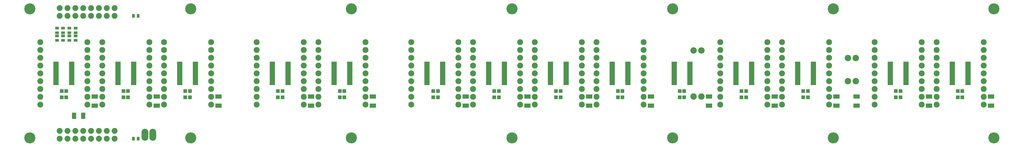
<source format=gbs>
G04 #@! TF.FileFunction,Soldermask,Bot*
%FSLAX46Y46*%
G04 Gerber Fmt 4.6, Leading zero omitted, Abs format (unit mm)*
G04 Created by KiCad (PCBNEW (2014-11-27 BZR 5304)-product) date 2015 February 14, Saturday 16:28:48*
%MOMM*%
G01*
G04 APERTURE LIST*
%ADD10C,0.100000*%
%ADD11R,1.799540X0.750520*%
%ADD12C,1.924000*%
%ADD13R,1.200000X1.150000*%
%ADD14C,2.076400*%
%ADD15C,1.906220*%
%ADD16R,1.300000X0.900000*%
%ADD17R,1.400000X2.000000*%
%ADD18O,2.200860X3.900120*%
%ADD19C,3.600000*%
%ADD20R,2.000000X1.400000*%
%ADD21R,0.900000X1.300000*%
G04 APERTURE END LIST*
D10*
D11*
X62460000Y-140992500D03*
X62460000Y-140357500D03*
X62460000Y-139722500D03*
X62460000Y-139087500D03*
X62460000Y-138452500D03*
X62460000Y-137817500D03*
X62460000Y-137182500D03*
X62460000Y-136547500D03*
X62460000Y-135912500D03*
X62460000Y-135277500D03*
X62460000Y-134642500D03*
X62460000Y-134007500D03*
X67540000Y-134007500D03*
X67540000Y-134642500D03*
X67540000Y-135277500D03*
X67540000Y-135912500D03*
X67540000Y-136547500D03*
X67540000Y-137182500D03*
X67540000Y-137817500D03*
X67540000Y-138452500D03*
X67540000Y-139087500D03*
X67540000Y-139722500D03*
X67540000Y-140357500D03*
X67540000Y-140992500D03*
D12*
X57380000Y-127340000D03*
X57380000Y-129880000D03*
X57380000Y-132420000D03*
X57380000Y-134960000D03*
X57380000Y-137500000D03*
X57380000Y-140040000D03*
X57380000Y-142580000D03*
X57380000Y-145120000D03*
X57380000Y-147660000D03*
X72620000Y-147660000D03*
X72620000Y-145120000D03*
X72620000Y-142580000D03*
X72620000Y-140040000D03*
X72620000Y-137500000D03*
X72620000Y-134960000D03*
X72620000Y-132420000D03*
X72620000Y-129880000D03*
X72620000Y-127340000D03*
D11*
X82460000Y-140992500D03*
X82460000Y-140357500D03*
X82460000Y-139722500D03*
X82460000Y-139087500D03*
X82460000Y-138452500D03*
X82460000Y-137817500D03*
X82460000Y-137182500D03*
X82460000Y-136547500D03*
X82460000Y-135912500D03*
X82460000Y-135277500D03*
X82460000Y-134642500D03*
X82460000Y-134007500D03*
X87540000Y-134007500D03*
X87540000Y-134642500D03*
X87540000Y-135277500D03*
X87540000Y-135912500D03*
X87540000Y-136547500D03*
X87540000Y-137182500D03*
X87540000Y-137817500D03*
X87540000Y-138452500D03*
X87540000Y-139087500D03*
X87540000Y-139722500D03*
X87540000Y-140357500D03*
X87540000Y-140992500D03*
X102465000Y-140992500D03*
X102465000Y-140357500D03*
X102465000Y-139722500D03*
X102465000Y-139087500D03*
X102465000Y-138452500D03*
X102465000Y-137817500D03*
X102465000Y-137182500D03*
X102465000Y-136547500D03*
X102465000Y-135912500D03*
X102465000Y-135277500D03*
X102465000Y-134642500D03*
X102465000Y-134007500D03*
X107545000Y-134007500D03*
X107545000Y-134642500D03*
X107545000Y-135277500D03*
X107545000Y-135912500D03*
X107545000Y-136547500D03*
X107545000Y-137182500D03*
X107545000Y-137817500D03*
X107545000Y-138452500D03*
X107545000Y-139087500D03*
X107545000Y-139722500D03*
X107545000Y-140357500D03*
X107545000Y-140992500D03*
X132460000Y-140992500D03*
X132460000Y-140357500D03*
X132460000Y-139722500D03*
X132460000Y-139087500D03*
X132460000Y-138452500D03*
X132460000Y-137817500D03*
X132460000Y-137182500D03*
X132460000Y-136547500D03*
X132460000Y-135912500D03*
X132460000Y-135277500D03*
X132460000Y-134642500D03*
X132460000Y-134007500D03*
X137540000Y-134007500D03*
X137540000Y-134642500D03*
X137540000Y-135277500D03*
X137540000Y-135912500D03*
X137540000Y-136547500D03*
X137540000Y-137182500D03*
X137540000Y-137817500D03*
X137540000Y-138452500D03*
X137540000Y-139087500D03*
X137540000Y-139722500D03*
X137540000Y-140357500D03*
X137540000Y-140992500D03*
X152460000Y-140992500D03*
X152460000Y-140357500D03*
X152460000Y-139722500D03*
X152460000Y-139087500D03*
X152460000Y-138452500D03*
X152460000Y-137817500D03*
X152460000Y-137182500D03*
X152460000Y-136547500D03*
X152460000Y-135912500D03*
X152460000Y-135277500D03*
X152460000Y-134642500D03*
X152460000Y-134007500D03*
X157540000Y-134007500D03*
X157540000Y-134642500D03*
X157540000Y-135277500D03*
X157540000Y-135912500D03*
X157540000Y-136547500D03*
X157540000Y-137182500D03*
X157540000Y-137817500D03*
X157540000Y-138452500D03*
X157540000Y-139087500D03*
X157540000Y-139722500D03*
X157540000Y-140357500D03*
X157540000Y-140992500D03*
X182460000Y-140992500D03*
X182460000Y-140357500D03*
X182460000Y-139722500D03*
X182460000Y-139087500D03*
X182460000Y-138452500D03*
X182460000Y-137817500D03*
X182460000Y-137182500D03*
X182460000Y-136547500D03*
X182460000Y-135912500D03*
X182460000Y-135277500D03*
X182460000Y-134642500D03*
X182460000Y-134007500D03*
X187540000Y-134007500D03*
X187540000Y-134642500D03*
X187540000Y-135277500D03*
X187540000Y-135912500D03*
X187540000Y-136547500D03*
X187540000Y-137182500D03*
X187540000Y-137817500D03*
X187540000Y-138452500D03*
X187540000Y-139087500D03*
X187540000Y-139722500D03*
X187540000Y-140357500D03*
X187540000Y-140992500D03*
X202460000Y-140992500D03*
X202460000Y-140357500D03*
X202460000Y-139722500D03*
X202460000Y-139087500D03*
X202460000Y-138452500D03*
X202460000Y-137817500D03*
X202460000Y-137182500D03*
X202460000Y-136547500D03*
X202460000Y-135912500D03*
X202460000Y-135277500D03*
X202460000Y-134642500D03*
X202460000Y-134007500D03*
X207540000Y-134007500D03*
X207540000Y-134642500D03*
X207540000Y-135277500D03*
X207540000Y-135912500D03*
X207540000Y-136547500D03*
X207540000Y-137182500D03*
X207540000Y-137817500D03*
X207540000Y-138452500D03*
X207540000Y-139087500D03*
X207540000Y-139722500D03*
X207540000Y-140357500D03*
X207540000Y-140992500D03*
X222460000Y-140992500D03*
X222460000Y-140357500D03*
X222460000Y-139722500D03*
X222460000Y-139087500D03*
X222460000Y-138452500D03*
X222460000Y-137817500D03*
X222460000Y-137182500D03*
X222460000Y-136547500D03*
X222460000Y-135912500D03*
X222460000Y-135277500D03*
X222460000Y-134642500D03*
X222460000Y-134007500D03*
X227540000Y-134007500D03*
X227540000Y-134642500D03*
X227540000Y-135277500D03*
X227540000Y-135912500D03*
X227540000Y-136547500D03*
X227540000Y-137182500D03*
X227540000Y-137817500D03*
X227540000Y-138452500D03*
X227540000Y-139087500D03*
X227540000Y-139722500D03*
X227540000Y-140357500D03*
X227540000Y-140992500D03*
X242460000Y-140992500D03*
X242460000Y-140357500D03*
X242460000Y-139722500D03*
X242460000Y-139087500D03*
X242460000Y-138452500D03*
X242460000Y-137817500D03*
X242460000Y-137182500D03*
X242460000Y-136547500D03*
X242460000Y-135912500D03*
X242460000Y-135277500D03*
X242460000Y-134642500D03*
X242460000Y-134007500D03*
X247540000Y-134007500D03*
X247540000Y-134642500D03*
X247540000Y-135277500D03*
X247540000Y-135912500D03*
X247540000Y-136547500D03*
X247540000Y-137182500D03*
X247540000Y-137817500D03*
X247540000Y-138452500D03*
X247540000Y-139087500D03*
X247540000Y-139722500D03*
X247540000Y-140357500D03*
X247540000Y-140992500D03*
X282460000Y-140992500D03*
X282460000Y-140357500D03*
X282460000Y-139722500D03*
X282460000Y-139087500D03*
X282460000Y-138452500D03*
X282460000Y-137817500D03*
X282460000Y-137182500D03*
X282460000Y-136547500D03*
X282460000Y-135912500D03*
X282460000Y-135277500D03*
X282460000Y-134642500D03*
X282460000Y-134007500D03*
X287540000Y-134007500D03*
X287540000Y-134642500D03*
X287540000Y-135277500D03*
X287540000Y-135912500D03*
X287540000Y-136547500D03*
X287540000Y-137182500D03*
X287540000Y-137817500D03*
X287540000Y-138452500D03*
X287540000Y-139087500D03*
X287540000Y-139722500D03*
X287540000Y-140357500D03*
X287540000Y-140992500D03*
X302460000Y-140992500D03*
X302460000Y-140357500D03*
X302460000Y-139722500D03*
X302460000Y-139087500D03*
X302460000Y-138452500D03*
X302460000Y-137817500D03*
X302460000Y-137182500D03*
X302460000Y-136547500D03*
X302460000Y-135912500D03*
X302460000Y-135277500D03*
X302460000Y-134642500D03*
X302460000Y-134007500D03*
X307540000Y-134007500D03*
X307540000Y-134642500D03*
X307540000Y-135277500D03*
X307540000Y-135912500D03*
X307540000Y-136547500D03*
X307540000Y-137182500D03*
X307540000Y-137817500D03*
X307540000Y-138452500D03*
X307540000Y-139087500D03*
X307540000Y-139722500D03*
X307540000Y-140357500D03*
X307540000Y-140992500D03*
X332460000Y-140992500D03*
X332460000Y-140357500D03*
X332460000Y-139722500D03*
X332460000Y-139087500D03*
X332460000Y-138452500D03*
X332460000Y-137817500D03*
X332460000Y-137182500D03*
X332460000Y-136547500D03*
X332460000Y-135912500D03*
X332460000Y-135277500D03*
X332460000Y-134642500D03*
X332460000Y-134007500D03*
X337540000Y-134007500D03*
X337540000Y-134642500D03*
X337540000Y-135277500D03*
X337540000Y-135912500D03*
X337540000Y-136547500D03*
X337540000Y-137182500D03*
X337540000Y-137817500D03*
X337540000Y-138452500D03*
X337540000Y-139087500D03*
X337540000Y-139722500D03*
X337540000Y-140357500D03*
X337540000Y-140992500D03*
X352460000Y-140992500D03*
X352460000Y-140357500D03*
X352460000Y-139722500D03*
X352460000Y-139087500D03*
X352460000Y-138452500D03*
X352460000Y-137817500D03*
X352460000Y-137182500D03*
X352460000Y-136547500D03*
X352460000Y-135912500D03*
X352460000Y-135277500D03*
X352460000Y-134642500D03*
X352460000Y-134007500D03*
X357540000Y-134007500D03*
X357540000Y-134642500D03*
X357540000Y-135277500D03*
X357540000Y-135912500D03*
X357540000Y-136547500D03*
X357540000Y-137182500D03*
X357540000Y-137817500D03*
X357540000Y-138452500D03*
X357540000Y-139087500D03*
X357540000Y-139722500D03*
X357540000Y-140357500D03*
X357540000Y-140992500D03*
D12*
X77380000Y-127340000D03*
X77380000Y-129880000D03*
X77380000Y-132420000D03*
X77380000Y-134960000D03*
X77380000Y-137500000D03*
X77380000Y-140040000D03*
X77380000Y-142580000D03*
X77380000Y-145120000D03*
X77380000Y-147660000D03*
X92620000Y-147660000D03*
X92620000Y-145120000D03*
X92620000Y-142580000D03*
X92620000Y-140040000D03*
X92620000Y-137500000D03*
X92620000Y-134960000D03*
X92620000Y-132420000D03*
X92620000Y-129880000D03*
X92620000Y-127340000D03*
X97380000Y-127340000D03*
X97380000Y-129880000D03*
X97380000Y-132420000D03*
X97380000Y-134960000D03*
X97380000Y-137500000D03*
X97380000Y-140040000D03*
X97380000Y-142580000D03*
X97380000Y-145120000D03*
X97380000Y-147660000D03*
X112620000Y-147660000D03*
X112620000Y-145120000D03*
X112620000Y-142580000D03*
X112620000Y-140040000D03*
X112620000Y-137500000D03*
X112620000Y-134960000D03*
X112620000Y-132420000D03*
X112620000Y-129880000D03*
X112620000Y-127340000D03*
X127380000Y-127340000D03*
X127380000Y-129880000D03*
X127380000Y-132420000D03*
X127380000Y-134960000D03*
X127380000Y-137500000D03*
X127380000Y-140040000D03*
X127380000Y-142580000D03*
X127380000Y-145120000D03*
X127380000Y-147660000D03*
X142620000Y-147660000D03*
X142620000Y-145120000D03*
X142620000Y-142580000D03*
X142620000Y-140040000D03*
X142620000Y-137500000D03*
X142620000Y-134960000D03*
X142620000Y-132420000D03*
X142620000Y-129880000D03*
X142620000Y-127340000D03*
X147380000Y-127340000D03*
X147380000Y-129880000D03*
X147380000Y-132420000D03*
X147380000Y-134960000D03*
X147380000Y-137500000D03*
X147380000Y-140040000D03*
X147380000Y-142580000D03*
X147380000Y-145120000D03*
X147380000Y-147660000D03*
X162620000Y-147660000D03*
X162620000Y-145120000D03*
X162620000Y-142580000D03*
X162620000Y-140040000D03*
X162620000Y-137500000D03*
X162620000Y-134960000D03*
X162620000Y-132420000D03*
X162620000Y-129880000D03*
X162620000Y-127340000D03*
X177380000Y-127340000D03*
X177380000Y-129880000D03*
X177380000Y-132420000D03*
X177380000Y-134960000D03*
X177380000Y-137500000D03*
X177380000Y-140040000D03*
X177380000Y-142580000D03*
X177380000Y-145120000D03*
X177380000Y-147660000D03*
X192620000Y-147660000D03*
X192620000Y-145120000D03*
X192620000Y-142580000D03*
X192620000Y-140040000D03*
X192620000Y-137500000D03*
X192620000Y-134960000D03*
X192620000Y-132420000D03*
X192620000Y-129880000D03*
X192620000Y-127340000D03*
X197380000Y-127340000D03*
X197380000Y-129880000D03*
X197380000Y-132420000D03*
X197380000Y-134960000D03*
X197380000Y-137500000D03*
X197380000Y-140040000D03*
X197380000Y-142580000D03*
X197380000Y-145120000D03*
X197380000Y-147660000D03*
X212620000Y-147660000D03*
X212620000Y-145120000D03*
X212620000Y-142580000D03*
X212620000Y-140040000D03*
X212620000Y-137500000D03*
X212620000Y-134960000D03*
X212620000Y-132420000D03*
X212620000Y-129880000D03*
X212620000Y-127340000D03*
X217380000Y-127340000D03*
X217380000Y-129880000D03*
X217380000Y-132420000D03*
X217380000Y-134960000D03*
X217380000Y-137500000D03*
X217380000Y-140040000D03*
X217380000Y-142580000D03*
X217380000Y-145120000D03*
X217380000Y-147660000D03*
X232620000Y-147660000D03*
X232620000Y-145120000D03*
X232620000Y-142580000D03*
X232620000Y-140040000D03*
X232620000Y-137500000D03*
X232620000Y-134960000D03*
X232620000Y-132420000D03*
X232620000Y-129880000D03*
X232620000Y-127340000D03*
X237380000Y-127340000D03*
X237380000Y-129880000D03*
X237380000Y-132420000D03*
X237380000Y-134960000D03*
X237380000Y-137500000D03*
X237380000Y-140040000D03*
X237380000Y-142580000D03*
X237380000Y-145120000D03*
X237380000Y-147660000D03*
X252620000Y-147660000D03*
X252620000Y-145120000D03*
X252620000Y-142580000D03*
X252620000Y-140040000D03*
X252620000Y-137500000D03*
X252620000Y-134960000D03*
X252620000Y-132420000D03*
X252620000Y-129880000D03*
X252620000Y-127340000D03*
X277380000Y-127340000D03*
X277380000Y-129880000D03*
X277380000Y-132420000D03*
X277380000Y-134960000D03*
X277380000Y-137500000D03*
X277380000Y-140040000D03*
X277380000Y-142580000D03*
X277380000Y-145120000D03*
X277380000Y-147660000D03*
X292620000Y-147660000D03*
X292620000Y-145120000D03*
X292620000Y-142580000D03*
X292620000Y-140040000D03*
X292620000Y-137500000D03*
X292620000Y-134960000D03*
X292620000Y-132420000D03*
X292620000Y-129880000D03*
X292620000Y-127340000D03*
X297380000Y-127340000D03*
X297380000Y-129880000D03*
X297380000Y-132420000D03*
X297380000Y-134960000D03*
X297380000Y-137500000D03*
X297380000Y-140040000D03*
X297380000Y-142580000D03*
X297380000Y-145120000D03*
X297380000Y-147660000D03*
X312620000Y-147660000D03*
X312620000Y-145120000D03*
X312620000Y-142580000D03*
X312620000Y-140040000D03*
X312620000Y-137500000D03*
X312620000Y-134960000D03*
X312620000Y-132420000D03*
X312620000Y-129880000D03*
X312620000Y-127340000D03*
X327380000Y-127340000D03*
X327380000Y-129880000D03*
X327380000Y-132420000D03*
X327380000Y-134960000D03*
X327380000Y-137500000D03*
X327380000Y-140040000D03*
X327380000Y-142580000D03*
X327380000Y-145120000D03*
X327380000Y-147660000D03*
X342620000Y-147660000D03*
X342620000Y-145120000D03*
X342620000Y-142580000D03*
X342620000Y-140040000D03*
X342620000Y-137500000D03*
X342620000Y-134960000D03*
X342620000Y-132420000D03*
X342620000Y-129880000D03*
X342620000Y-127340000D03*
X347380000Y-127340000D03*
X347380000Y-129880000D03*
X347380000Y-132420000D03*
X347380000Y-134960000D03*
X347380000Y-137500000D03*
X347380000Y-140040000D03*
X347380000Y-142580000D03*
X347380000Y-145120000D03*
X347380000Y-147660000D03*
X362620000Y-147660000D03*
X362620000Y-145120000D03*
X362620000Y-142580000D03*
X362620000Y-140040000D03*
X362620000Y-137500000D03*
X362620000Y-134960000D03*
X362620000Y-132420000D03*
X362620000Y-129880000D03*
X362620000Y-127340000D03*
D13*
X65750000Y-145250000D03*
X64250000Y-145250000D03*
X85750000Y-145250000D03*
X84250000Y-145250000D03*
X105750000Y-145250000D03*
X104250000Y-145250000D03*
X135750000Y-145250000D03*
X134250000Y-145250000D03*
X155750000Y-145250000D03*
X154250000Y-145250000D03*
X186000000Y-145250000D03*
X184500000Y-145250000D03*
X205750000Y-145250000D03*
X204250000Y-145250000D03*
X225750000Y-145250000D03*
X224250000Y-145250000D03*
X245750000Y-145250000D03*
X244250000Y-145250000D03*
X285750000Y-145250000D03*
X284250000Y-145250000D03*
X305750000Y-145250000D03*
X304250000Y-145250000D03*
X335750000Y-145250000D03*
X334250000Y-145250000D03*
X355750000Y-145250000D03*
X354250000Y-145250000D03*
X265750000Y-145250000D03*
X264250000Y-145250000D03*
D14*
X271270000Y-145000000D03*
X268730000Y-145000000D03*
X271270000Y-130000000D03*
X268730000Y-130000000D03*
X321270000Y-132500000D03*
X318730000Y-132500000D03*
X321270000Y-140000000D03*
X318730000Y-140000000D03*
D11*
X262460000Y-140992500D03*
X262460000Y-140357500D03*
X262460000Y-139722500D03*
X262460000Y-139087500D03*
X262460000Y-138452500D03*
X262460000Y-137817500D03*
X262460000Y-137182500D03*
X262460000Y-136547500D03*
X262460000Y-135912500D03*
X262460000Y-135277500D03*
X262460000Y-134642500D03*
X262460000Y-134007500D03*
X267540000Y-134007500D03*
X267540000Y-134642500D03*
X267540000Y-135277500D03*
X267540000Y-135912500D03*
X267540000Y-136547500D03*
X267540000Y-137182500D03*
X267540000Y-137817500D03*
X267540000Y-138452500D03*
X267540000Y-139087500D03*
X267540000Y-139722500D03*
X267540000Y-140357500D03*
X267540000Y-140992500D03*
D15*
X63610000Y-156230000D03*
X63610000Y-158770000D03*
X66150000Y-156230000D03*
X66150000Y-158770000D03*
X68690000Y-156230000D03*
X68690000Y-158770000D03*
X71230000Y-156230000D03*
X71230000Y-158770000D03*
X73770000Y-156230000D03*
X73770000Y-158770000D03*
X76310000Y-156230000D03*
X76310000Y-158770000D03*
X78850000Y-156230000D03*
X78850000Y-158770000D03*
X81390000Y-156230000D03*
X81390000Y-158770000D03*
X63610000Y-116230000D03*
X63610000Y-118770000D03*
X66150000Y-116230000D03*
X66150000Y-118770000D03*
X68690000Y-116230000D03*
X68690000Y-118770000D03*
X71230000Y-116230000D03*
X71230000Y-118770000D03*
X73770000Y-116230000D03*
X73770000Y-118770000D03*
X76310000Y-116230000D03*
X76310000Y-118770000D03*
X78850000Y-116230000D03*
X78850000Y-118770000D03*
X81390000Y-116230000D03*
X81390000Y-118770000D03*
D13*
X65750000Y-143250000D03*
X64250000Y-143250000D03*
X85750000Y-143250000D03*
X84250000Y-143250000D03*
X105750000Y-143250000D03*
X104250000Y-143250000D03*
X135750000Y-143250000D03*
X134250000Y-143250000D03*
X155750000Y-143250000D03*
X154250000Y-143250000D03*
X186000000Y-143250000D03*
X184500000Y-143250000D03*
X205750000Y-143250000D03*
X204250000Y-143250000D03*
X225750000Y-143250000D03*
X224250000Y-143250000D03*
X245750000Y-143250000D03*
X244250000Y-143250000D03*
X285750000Y-143250000D03*
X284250000Y-143250000D03*
X305750000Y-143250000D03*
X304250000Y-143250000D03*
X335750000Y-143250000D03*
X334250000Y-143250000D03*
X355750000Y-143250000D03*
X354250000Y-143250000D03*
X265750000Y-143250000D03*
X264250000Y-143250000D03*
D16*
X68750000Y-126750000D03*
X68750000Y-125250000D03*
X68750000Y-124250000D03*
X68750000Y-122750000D03*
X66750000Y-126750000D03*
X66750000Y-125250000D03*
X66750000Y-124250000D03*
X66750000Y-122750000D03*
X64750000Y-126750000D03*
X64750000Y-125250000D03*
X64750000Y-124250000D03*
X64750000Y-122750000D03*
X62750000Y-126750000D03*
X62750000Y-125250000D03*
X62750000Y-124250000D03*
X62750000Y-122750000D03*
D17*
X71250000Y-151250000D03*
X68250000Y-151250000D03*
D18*
X91230000Y-157500000D03*
X93770000Y-157500000D03*
D19*
X106000000Y-116500000D03*
X158000000Y-116500000D03*
X210000000Y-116500000D03*
X262000000Y-116500000D03*
X314000000Y-116500000D03*
X366000000Y-116500000D03*
X366000000Y-158500000D03*
X314000000Y-158500000D03*
X262000000Y-158500000D03*
X210000000Y-158500000D03*
X158000000Y-158500000D03*
X106000000Y-158500000D03*
X54000000Y-158500000D03*
X54000000Y-116500000D03*
D20*
X75000000Y-145000000D03*
X75000000Y-148000000D03*
X95000000Y-145000000D03*
X95000000Y-148000000D03*
X115000000Y-145000000D03*
X115000000Y-148000000D03*
X145000000Y-145000000D03*
X145000000Y-148000000D03*
X165000000Y-145000000D03*
X165000000Y-148000000D03*
X195000000Y-145000000D03*
X195000000Y-148000000D03*
X215000000Y-145000000D03*
X215000000Y-148000000D03*
X235000000Y-145000000D03*
X235000000Y-148000000D03*
X255000000Y-145000000D03*
X255000000Y-148000000D03*
X295000000Y-145000000D03*
X295000000Y-148000000D03*
X315000000Y-145000000D03*
X315000000Y-148000000D03*
X345000000Y-145000000D03*
X345000000Y-148000000D03*
X365000000Y-145000000D03*
X365000000Y-148000000D03*
X273750000Y-145000000D03*
X273750000Y-148000000D03*
X321500000Y-145000000D03*
X321500000Y-148000000D03*
D21*
X87500000Y-158750000D03*
X89000000Y-158750000D03*
X87500000Y-118750000D03*
X89000000Y-118750000D03*
M02*

</source>
